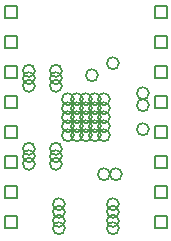
<source format=gbr>
%TF.GenerationSoftware,Altium Limited,Altium Designer,20.1.11 (218)*%
G04 Layer_Color=2752767*
%FSLAX44Y44*%
%MOMM*%
%TF.SameCoordinates,50A8C56D-45DD-42E2-B7DE-0EE63C40E652*%
%TF.FilePolarity,Positive*%
%TF.FileFunction,Drawing*%
%TF.Part,Single*%
G01*
G75*
%TA.AperFunction,NonConductor*%
%ADD43C,0.1270*%
%ADD44C,0.1693*%
D43*
X134620Y58420D02*
Y68580D01*
X144780D01*
Y58420D01*
X134620D01*
X7620Y7620D02*
Y17780D01*
X17780D01*
Y7620D01*
X7620D01*
Y33020D02*
Y43180D01*
X17780D01*
Y33020D01*
X7620D01*
Y83820D02*
Y93980D01*
X17780D01*
Y83820D01*
X7620D01*
Y134620D02*
Y144780D01*
X17780D01*
Y134620D01*
X7620D01*
Y185420D02*
Y195580D01*
X17780D01*
Y185420D01*
X7620D01*
Y160020D02*
Y170180D01*
X17780D01*
Y160020D01*
X7620D01*
Y109220D02*
Y119380D01*
X17780D01*
Y109220D01*
X7620D01*
Y58420D02*
Y68580D01*
X17780D01*
Y58420D01*
X7620D01*
X134620Y7620D02*
Y17780D01*
X144780D01*
Y7620D01*
X134620D01*
Y33020D02*
Y43180D01*
X144780D01*
Y33020D01*
X134620D01*
Y83820D02*
Y93980D01*
X144780D01*
Y83820D01*
X134620D01*
Y134620D02*
Y144780D01*
X144780D01*
Y134620D01*
X134620D01*
Y185420D02*
Y195580D01*
X144780D01*
Y185420D01*
X134620D01*
Y160020D02*
Y170180D01*
X144780D01*
Y160020D01*
X134620D01*
Y109220D02*
Y119380D01*
X144780D01*
Y109220D01*
X134620D01*
D44*
X58420Y13970D02*
G03*
X58420Y13970I-5080J0D01*
G01*
X66040Y116840D02*
G03*
X66040Y116840I-5080J0D01*
G01*
Y109220D02*
G03*
X66040Y109220I-5080J0D01*
G01*
Y101600D02*
G03*
X66040Y101600I-5080J0D01*
G01*
X73660Y116840D02*
G03*
X73660Y116840I-5080J0D01*
G01*
Y109220D02*
G03*
X73660Y109220I-5080J0D01*
G01*
Y101600D02*
G03*
X73660Y101600I-5080J0D01*
G01*
X81280Y116840D02*
G03*
X81280Y116840I-5080J0D01*
G01*
Y109220D02*
G03*
X81280Y109220I-5080J0D01*
G01*
Y101600D02*
G03*
X81280Y101600I-5080J0D01*
G01*
X88900Y116840D02*
G03*
X88900Y116840I-5080J0D01*
G01*
Y109220D02*
G03*
X88900Y109220I-5080J0D01*
G01*
Y101600D02*
G03*
X88900Y101600I-5080J0D01*
G01*
X66040Y93980D02*
G03*
X66040Y93980I-5080J0D01*
G01*
X73660D02*
G03*
X73660Y93980I-5080J0D01*
G01*
X81280D02*
G03*
X81280Y93980I-5080J0D01*
G01*
X88900D02*
G03*
X88900Y93980I-5080J0D01*
G01*
X96520Y116840D02*
G03*
X96520Y116840I-5080J0D01*
G01*
Y109220D02*
G03*
X96520Y109220I-5080J0D01*
G01*
Y101600D02*
G03*
X96520Y101600I-5080J0D01*
G01*
Y93980D02*
G03*
X96520Y93980I-5080J0D01*
G01*
X81280Y86360D02*
G03*
X81280Y86360I-5080J0D01*
G01*
X88900D02*
G03*
X88900Y86360I-5080J0D01*
G01*
X73660D02*
G03*
X73660Y86360I-5080J0D01*
G01*
X66040D02*
G03*
X66040Y86360I-5080J0D01*
G01*
X96520D02*
G03*
X96520Y86360I-5080J0D01*
G01*
X104140Y13970D02*
G03*
X104140Y13970I-5080J0D01*
G01*
Y21590D02*
G03*
X104140Y21590I-5080J0D01*
G01*
X58420D02*
G03*
X58420Y21590I-5080J0D01*
G01*
X55880Y68580D02*
G03*
X55880Y68580I-5080J0D01*
G01*
Y62230D02*
G03*
X55880Y62230I-5080J0D01*
G01*
X33020Y68580D02*
G03*
X33020Y68580I-5080J0D01*
G01*
Y62230D02*
G03*
X33020Y62230I-5080J0D01*
G01*
X55880Y134620D02*
G03*
X55880Y134620I-5080J0D01*
G01*
Y140970D02*
G03*
X55880Y140970I-5080J0D01*
G01*
X33020Y134620D02*
G03*
X33020Y134620I-5080J0D01*
G01*
Y140970D02*
G03*
X33020Y140970I-5080J0D01*
G01*
X129540Y91440D02*
G03*
X129540Y91440I-5080J0D01*
G01*
X55880Y128270D02*
G03*
X55880Y128270I-5080J0D01*
G01*
X33020D02*
G03*
X33020Y128270I-5080J0D01*
G01*
X86360Y137160D02*
G03*
X86360Y137160I-5080J0D01*
G01*
X106680Y53340D02*
G03*
X106680Y53340I-5080J0D01*
G01*
X96520D02*
G03*
X96520Y53340I-5080J0D01*
G01*
X104140Y27940D02*
G03*
X104140Y27940I-5080J0D01*
G01*
X129540Y121920D02*
G03*
X129540Y121920I-5080J0D01*
G01*
Y111760D02*
G03*
X129540Y111760I-5080J0D01*
G01*
X104140Y147320D02*
G03*
X104140Y147320I-5080J0D01*
G01*
Y7620D02*
G03*
X104140Y7620I-5080J0D01*
G01*
X58420D02*
G03*
X58420Y7620I-5080J0D01*
G01*
Y27940D02*
G03*
X58420Y27940I-5080J0D01*
G01*
X55880Y74930D02*
G03*
X55880Y74930I-5080J0D01*
G01*
X33020D02*
G03*
X33020Y74930I-5080J0D01*
G01*
%TF.MD5,09f49024c1243f28951a7a4cb1c5dca8*%
M02*

</source>
